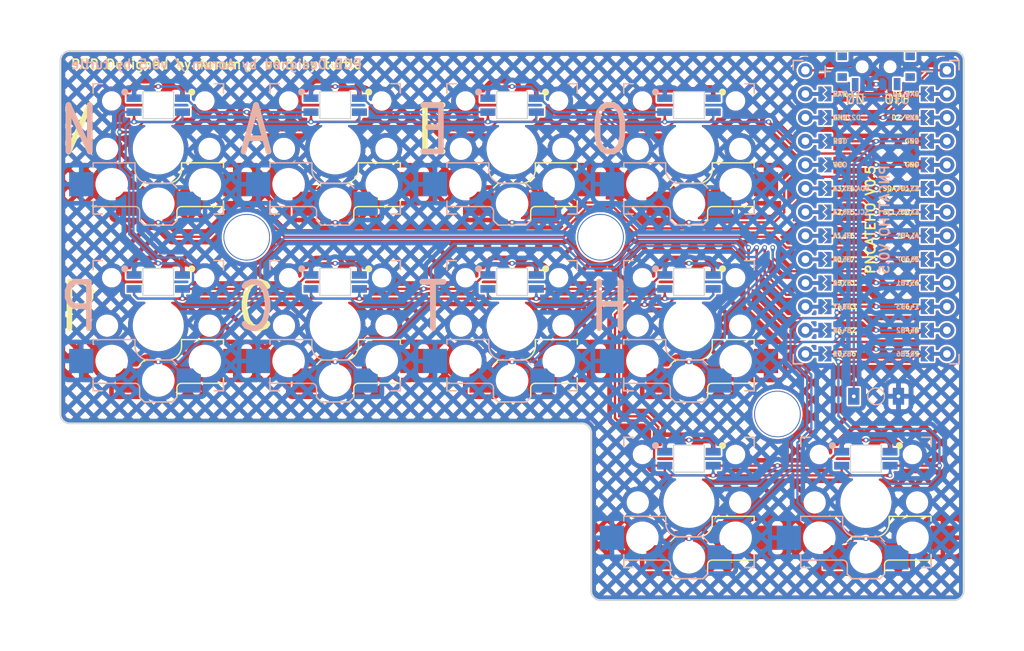
<source format=kicad_pcb>
(kicad_pcb (version 20241229) (generator "pcbnew") (generator_version "9.0")
  (title_block (title "PNCATEHO_v0.5") (date "2021-06-23") (rev "0.5") (company "Aroum"))
  (layers (0 "F.Cu" signal) (2 "B.Cu" signal) (13 "F.Paste" user) (15 "B.Paste" user) (5 "F.SilkS" user "F.Silkscreen") (7 "B.SilkS" user "B.Silkscreen") (1 "F.Mask" user) (3 "B.Mask" user) (25 "Edge.Cuts" user))
  (net 0 "")
  (net 1 "GND")
  (net 2 "reset")
  (net 3 "R1C1")
  (net 4 "R1C2")
  (net 5 "R1C3")
  (net 6 "R1C4")
  (net 7 "R2C1")
  (net 8 "R2C2")
  (net 9 "R2C3")
  (net 10 "R2C4")
  (net 11 "R3C4")
  (net 12 "R3C5")
  (net 13 "VCC")
  (net 14 "LED")
  (net 15 "Net-(PSW1-B)")
  (net 16 "Net-(LED1-DOUT)")
  (net 17 "Net-(LED2-DOUT)")
  (net 18 "Net-(LED3-DOUT)")
  (net 19 "Net-(LED4-DOUT)")
  (net 20 "Net-(LED5-DOUT)")
  (net 21 "Net-(LED6-DOUT)")
  (net 22 "Net-(LED7-DOUT)")
  (net 23 "Net-(LED8-DOUT)")
  (net 24 "Net-(LED10-DIN)")
  (net 30 "VBAT")
  (net 31 "Net-(J1-Pad2)")
  (footprint "PNCATEHO:SW_3x4x2_2legs_duplex" (layer "F.Cu") (at 114.1 62.6)
    (property "Reference" "RSW1")
    (property "Value" "SW_PUSH")
  )
  (footprint "PNCATEHO:Kailh_socket_PG1350_reversible" (layer "F.Cu") (at 75 55)
    (property "Reference" "SW7" (hide yes))
    (property "Value" "SW_PUSH" (hide yes))
  )
  (footprint "PNCATEHO:Kailh_socket_PG1350_reversible" (layer "F.Cu") (at 113 74)
    (property "Reference" "SW10" (hide yes))
    (property "Value" "SW_PUSH" (hide yes))
  )
  (footprint "PNCATEHO:Kailh_socket_PG1350_reversible" (layer "F.Cu") (at 94 74)
    (property "Reference" "SW9" (hide yes))
    (property "Value" "SW_PUSH" (hide yes))
  )
  (footprint "PNCATEHO:Kailh_socket_PG1350_reversible" (layer "F.Cu") (at 94 55)
    (property "Reference" "SW8" (hide yes))
    (property "Value" "SW_PUSH" (hide yes))
  )
  (footprint "PNCATEHO:Kailh_socket_PG1350_reversible" (layer "F.Cu") (at 94 36)
    (property "Reference" "SW4" (hide yes))
    (property "Value" "SW_PUSH" (hide yes))
  )
  (footprint "PNCATEHO:Kailh_socket_PG1350_reversible" (layer "F.Cu") (at 75 36)
    (property "Reference" "SW3" (hide yes))
    (property "Value" "SW_PUSH" (hide yes))
  )
  (footprint "PNCATEHO:Kailh_socket_PG1350_reversible" (layer "F.Cu") (at 37 55)
    (property "Reference" "SW5" (hide yes))
    (property "Value" "SW_PUSH" (hide yes))
  )
  (footprint "PNCATEHO:Kailh_socket_PG1350_reversible" (layer "F.Cu") (at 37 36)
    (property "Reference" "SW1" (hide yes))
    (property "Value" "SW_PUSH" (hide yes))
  )
  (footprint "PNCATEHO:Kailh_socket_PG1350_reversible" (layer "F.Cu") (at 56 36)
    (property "Reference" "SW2" (hide yes))
    (property "Value" "SW_PUSH" (hide yes))
  )
  (footprint "PNCATEHO:Kailh_socket_PG1350_reversible" (layer "F.Cu") (at 56 55)
    (property "Reference" "SW6" (hide yes))
    (property "Value" "SW_PUSH" (hide yes))
  )
  (footprint "PNCATEHO:Hole" (layer "F.Cu") (at 46.5 45.5)
    (property "Reference" "H1" (hide yes))
    (property "Value" "Hole" (hide yes))
  )
  (footprint "PNCATEHO:Hole" (layer "F.Cu") (at 84.5 45.5)
    (property "Reference" "H2" (hide yes))
    (property "Value" "Hole" (hide yes))
  )
  (footprint "PNCATEHO:ProMicro_duplex" (layer "F.Cu") (at 114.1 42.8)
    (property "Reference" "U1" (hide yes))
    (property "Value" "ProMicro_r" (hide yes))
  )
  (footprint "PNCATEHO:Hole" (layer "F.Cu") (at 103.5 64.5)
    (property "Reference" "H3" (hide yes))
    (property "Value" "Hole" (hide yes))
  )
  (footprint "PNCATEHO:MSK-12C02_DUAL" (layer "F.Cu") (at 114.1 25.9)
    (property "Reference" "PSW1" (hide yes))
    (property "Value" "SW_SPDT" (hide yes))
  )
  (footprint "PNCATEHO:battery_conn_duplex" (layer "F.Cu") (at 114.1 42.8)
    (property "Reference" "J1" (hide yes))
    (property "Value" "TestPoint_2Pole" (hide yes))
  )
  (footprint "PNCATEHO:YS-SK6812MINI-E_duplex" (layer "B.Cu") (at 94 31.3)
    (property "Reference" "LED10" (hide yes))
    (property "Value" "YS-SK6812MINI-E" (hide yes))
    (fp_line (start -1.65 -1.45) (end 1.65 -1.45) (stroke (width 0.12)) (layer "Edge.Cuts"))
    (fp_line (start -1.65 1.45) (end -1.65 -1.45) (stroke (width 0.12)) (layer "Edge.Cuts"))
    (fp_line (start 1.65 -1.45) (end 1.65 1.45) (stroke (width 0.12)) (layer "Edge.Cuts"))
    (fp_line (start 1.65 1.45) (end -1.65 1.45) (stroke (width 0.12)) (layer "Edge.Cuts"))
  )
  (footprint "PNCATEHO:YS-SK6812MINI-E_duplex" (layer "B.Cu") (at 113 69.3)
    (property "Reference" "LED1" (hide yes))
    (property "Value" "YS-SK6812MINI-E" (hide yes))
    (fp_line (start -1.65 -1.45) (end 1.65 -1.45) (stroke (width 0.12)) (layer "Edge.Cuts"))
    (fp_line (start -1.65 1.45) (end -1.65 -1.45) (stroke (width 0.12)) (layer "Edge.Cuts"))
    (fp_line (start 1.65 -1.45) (end 1.65 1.45) (stroke (width 0.12)) (layer "Edge.Cuts"))
    (fp_line (start 1.65 1.45) (end -1.65 1.45) (stroke (width 0.12)) (layer "Edge.Cuts"))
  )
  (footprint "PNCATEHO:YS-SK6812MINI-E_duplex" (layer "B.Cu") (at 94 69.3)
    (property "Reference" "LED2" (hide yes))
    (property "Value" "YS-SK6812MINI-E" (hide yes))
    (fp_line (start -1.65 -1.45) (end 1.65 -1.45) (stroke (width 0.12)) (layer "Edge.Cuts"))
    (fp_line (start -1.65 1.45) (end -1.65 -1.45) (stroke (width 0.12)) (layer "Edge.Cuts"))
    (fp_line (start 1.65 -1.45) (end 1.65 1.45) (stroke (width 0.12)) (layer "Edge.Cuts"))
    (fp_line (start 1.65 1.45) (end -1.65 1.45) (stroke (width 0.12)) (layer "Edge.Cuts"))
  )
  (footprint "PNCATEHO:YS-SK6812MINI-E_duplex" (layer "B.Cu") (at 94 50.3)
    (property "Reference" "LED3" (hide yes))
    (property "Value" "YS-SK6812MINI-E" (hide yes))
    (fp_line (start -1.65 -1.45) (end 1.65 -1.45) (stroke (width 0.12)) (layer "Edge.Cuts"))
    (fp_line (start -1.65 1.45) (end -1.65 -1.45) (stroke (width 0.12)) (layer "Edge.Cuts"))
    (fp_line (start 1.65 -1.45) (end 1.65 1.45) (stroke (width 0.12)) (layer "Edge.Cuts"))
    (fp_line (start 1.65 1.45) (end -1.65 1.45) (stroke (width 0.12)) (layer "Edge.Cuts"))
  )
  (footprint "PNCATEHO:YS-SK6812MINI-E_duplex" (layer "B.Cu") (at 75 50.3)
    (property "Reference" "LED4" (hide yes))
    (property "Value" "YS-SK6812MINI-E" (hide yes))
    (fp_line (start -1.65 -1.45) (end 1.65 -1.45) (stroke (width 0.12)) (layer "Edge.Cuts"))
    (fp_line (start -1.65 1.45) (end -1.65 -1.45) (stroke (width 0.12)) (layer "Edge.Cuts"))
    (fp_line (start 1.65 -1.45) (end 1.65 1.45) (stroke (width 0.12)) (layer "Edge.Cuts"))
    (fp_line (start 1.65 1.45) (end -1.65 1.45) (stroke (width 0.12)) (layer "Edge.Cuts"))
  )
  (footprint "PNCATEHO:YS-SK6812MINI-E_duplex" (layer "B.Cu") (at 56 50.3)
    (property "Reference" "LED5" (hide yes))
    (property "Value" "YS-SK6812MINI-E" (hide yes))
    (fp_line (start -1.65 -1.45) (end 1.65 -1.45) (stroke (width 0.12)) (layer "Edge.Cuts"))
    (fp_line (start -1.65 1.45) (end -1.65 -1.45) (stroke (width 0.12)) (layer "Edge.Cuts"))
    (fp_line (start 1.65 -1.45) (end 1.65 1.45) (stroke (width 0.12)) (layer "Edge.Cuts"))
    (fp_line (start 1.65 1.45) (end -1.65 1.45) (stroke (width 0.12)) (layer "Edge.Cuts"))
  )
  (footprint "PNCATEHO:YS-SK6812MINI-E_duplex" (layer "B.Cu") (at 37 50.3)
    (property "Reference" "LED6" (hide yes))
    (property "Value" "YS-SK6812MINI-E" (hide yes))
    (fp_line (start -1.65 -1.45) (end 1.65 -1.45) (stroke (width 0.12)) (layer "Edge.Cuts"))
    (fp_line (start -1.65 1.45) (end -1.65 -1.45) (stroke (width 0.12)) (layer "Edge.Cuts"))
    (fp_line (start 1.65 -1.45) (end 1.65 1.45) (stroke (width 0.12)) (layer "Edge.Cuts"))
    (fp_line (start 1.65 1.45) (end -1.65 1.45) (stroke (width 0.12)) (layer "Edge.Cuts"))
  )
  (footprint "PNCATEHO:YS-SK6812MINI-E_duplex" (layer "B.Cu") (at 37 31.3)
    (property "Reference" "LED7" (hide yes))
    (property "Value" "YS-SK6812MINI-E" (hide yes))
    (fp_line (start -1.65 -1.45) (end 1.65 -1.45) (stroke (width 0.12)) (layer "Edge.Cuts"))
    (fp_line (start -1.65 1.45) (end -1.65 -1.45) (stroke (width 0.12)) (layer "Edge.Cuts"))
    (fp_line (start 1.65 -1.45) (end 1.65 1.45) (stroke (width 0.12)) (layer "Edge.Cuts"))
    (fp_line (start 1.65 1.45) (end -1.65 1.45) (stroke (width 0.12)) (layer "Edge.Cuts"))
  )
  (footprint "PNCATEHO:YS-SK6812MINI-E_duplex" (layer "B.Cu") (at 56 31.3)
    (property "Reference" "LED8" (hide yes))
    (property "Value" "YS-SK6812MINI-E" (hide yes))
    (fp_line (start -1.65 -1.45) (end 1.65 -1.45) (stroke (width 0.12)) (layer "Edge.Cuts"))
    (fp_line (start -1.65 1.45) (end -1.65 -1.45) (stroke (width 0.12)) (layer "Edge.Cuts"))
    (fp_line (start 1.65 -1.45) (end 1.65 1.45) (stroke (width 0.12)) (layer "Edge.Cuts"))
    (fp_line (start 1.65 1.45) (end -1.65 1.45) (stroke (width 0.12)) (layer "Edge.Cuts"))
  )
  (footprint "PNCATEHO:YS-SK6812MINI-E_duplex" (layer "B.Cu") (at 75 31.3)
    (property "Reference" "LED9" (hide yes))
    (property "Value" "YS-SK6812MINI-E" (hide yes))
    (fp_line (start -1.65 -1.45) (end 1.65 -1.45) (stroke (width 0.12)) (layer "Edge.Cuts"))
    (fp_line (start -1.65 1.45) (end -1.65 -1.45) (stroke (width 0.12)) (layer "Edge.Cuts"))
    (fp_line (start 1.65 -1.45) (end 1.65 1.45) (stroke (width 0.12)) (layer "Edge.Cuts"))
    (fp_line (start 1.65 1.45) (end -1.65 1.45) (stroke (width 0.12)) (layer "Edge.Cuts"))
  )
  (gr_line (start 123.5 83.5) (end 123.5 26.5) (stroke (width 0.2)) (layer "Edge.Cuts"))
  (gr_line (start 84.5 84.5) (end 122.5 84.5) (stroke (width 0.2)) (layer "Edge.Cuts"))
  (gr_line (start 26.5 26.5) (end 26.5 64.5) (stroke (width 0.2)) (layer "Edge.Cuts"))
  (gr_line (start 27.5 65.5) (end 82.5 65.5) (stroke (width 0.2)) (layer "Edge.Cuts"))
  (gr_arc (start 84.5 84.5) (mid 83.792893 84.207107) (end 83.5 83.5) (stroke (width 0.2)) (layer "Edge.Cuts"))
  (gr_arc (start 123.5 83.5) (mid 123.207107 84.207107) (end 122.5 84.5) (stroke (width 0.2)) (layer "Edge.Cuts"))
  (gr_arc (start 27.5 65.5) (mid 26.792893 65.207107) (end 26.5 64.5) (stroke (width 0.2)) (layer "Edge.Cuts"))
  (gr_line (start 27.5 25.5) (end 122.5 25.5) (stroke (width 0.2)) (layer "Edge.Cuts"))
  (gr_arc (start 26.5 26.5) (mid 26.792893 25.792893) (end 27.5 25.5) (stroke (width 0.2)) (layer "Edge.Cuts"))
  (gr_arc (start 122.5 25.5) (mid 123.207107 25.792893) (end 123.5 26.5) (stroke (width 0.2)) (layer "Edge.Cuts"))
  (gr_line (start 83.5 66.5) (end 83.5 83.5) (stroke (width 0.2)) (layer "Edge.Cuts"))
  (gr_arc (start 82.5 65.5) (mid 83.207107 65.792893) (end 83.5 66.5) (stroke (width 0.2)) (layer "Edge.Cuts"))
  (gr_text "PNCATEHO V0.5" (at 113.5 43.6 90) (layer "F.SilkS") (effects (font (size 1 1) (thickness 0.2))))
  (gr_text "О\n" (at 85.5 34 0) (layer "F.SilkS") (effects (font (size 5 4) (thickness 0.6))))
  (gr_text "Н" (at 85.5 53 0) (layer "F.SilkS") (effects (font (size 5 4) (thickness 0.6))))
  (gr_text "Т" (at 66.5 53 0) (layer "F.SilkS") (effects (font (size 5 4) (thickness 0.6))))
  (gr_text "С" (at 47.5 53 0) (layer "F.SilkS") (effects (font (size 5 4) (thickness 0.6))))
  (gr_text "Е\n" (at 66.5 34 0) (layer "F.SilkS") (effects (font (size 5 4) (thickness 0.6))))
  (gr_text "А" (at 47.5 34 0) (layer "F.SilkS") (effects (font (size 5 4) (thickness 0.6))))
  (gr_text "И" (at 28.5 34 0) (layer "F.SilkS") (effects (font (size 5 4) (thickness 0.6))))
  (gr_text "Р" (at 28.5 53 0) (layer "F.SilkS") (effects (font (size 5 4) (thickness 0.6))))
  (gr_text "PCB Designed by Aorum / v0.5 by turtle" (at 27.5 27.5 0) (layer "F.SilkS") (effects (font (size 1 1) (thickness 0.2) (bold yes)) (justify left bottom)))
  (gr_text "И" (at 28.5 34 0) (layer "B.SilkS") (effects (font (size 5 4) (thickness 0.6)) (justify mirror)))
  (gr_text "С" (at 47.5 53 0) (layer "B.SilkS") (effects (font (size 5 4) (thickness 0.6)) (justify mirror)))
  (gr_text "А" (at 47.5 34 0) (layer "B.SilkS") (effects (font (size 5 4) (thickness 0.6)) (justify mirror)))
  (gr_text "О\n" (at 85.5 34 0) (layer "B.SilkS") (effects (font (size 5 4) (thickness 0.6)) (justify mirror)))
  (gr_text "Р" (at 28.5 53 0) (layer "B.SilkS") (effects (font (size 5 4) (thickness 0.6)) (justify mirror)))
  (gr_text "PCB Designed by Aorum / v0.5 by turtle" (at 27.5 27.5 0) (layer "B.SilkS") (effects (font (size 1 1) (thickness 0.2) (bold yes)) (justify right bottom mirror)))
  (gr_text "Н" (at 85.5 53 0) (layer "B.SilkS") (effects (font (size 5 4) (thickness 0.6)) (justify mirror)))
  (gr_text "PNCATEHO V0.5" (at 115 43.6 90) (layer "B.SilkS") (effects (font (size 1 1) (thickness 0.2)) (justify mirror)))
  (gr_text "Т" (at 66.5 53 0) (layer "B.SilkS") (effects (font (size 5 4) (thickness 0.6)) (justify mirror)))
  (gr_text "Е\n" (at 66.5 34 0) (layer "B.SilkS") (effects (font (size 5 4) (thickness 0.6)) (justify mirror)))
  (segment (start 84.275 40.575) (end 84.275 39.8) (width 0.25) (layer "F.Cu") (net 1))
  (segment (start 119 37.72) (end 117.84 37.72) (width 1) (layer "F.Cu") (net 1))
  (segment (start 96.6 49.7) (end 96.6 49.05) (width 0.25) (layer "F.Cu") (net 1))
  (segment (start 119 35.18) (end 117.84 35.18) (width 1) (layer "F.Cu") (net 1))
  (segment (start 109.2 37.72) (end 110.59 37.72) (width 1) (layer "B.Cu") (net 1))
  (segment (start 109.2 35.18) (end 110.6 35.18) (width 1) (layer "B.Cu") (net 1))
  (segment (start 114.1 35.18) (end 109.2 35.18) (width 0.25) (layer "F.Cu") (net 2))
  (via micro (at 114.1 35.18) (size 0.5) (drill 0.3) (layers "F.Cu" "B.Cu") (net 2))
  (segment (start 111.7 37.58) (end 114.1 35.18) (width 0.25) (layer "B.Cu") (net 2))
  (segment (start 111.7 62.6) (end 111.7 37.58) (width 0.25) (layer "B.Cu") (net 2))
  (segment (start 114.1 35.18) (end 119 35.18) (width 0.25) (layer "B.Cu") (net 2))
  (segment (start 33.725 41.9) (end 35.725 43.9) (width 0.25) (layer "F.Cu") (net 3))
  (segment (start 104.435 46.61) (end 103.277 45.452) (width 0.25) (layer "F.Cu") (net 3))
  (segment (start 35.725 43.9) (end 37 43.9) (width 0.25) (layer "F.Cu") (net 3))
  (segment (start 83.326 42.674) (end 80.55 45.45) (width 0.25) (layer "F.Cu") (net 3))
  (segment (start 114.1 47.88) (end 112.83 46.61) (width 0.25) (layer "F.Cu") (net 3))
  (segment (start 88.452 45.452) (end 85.674 42.674) (width 0.25) (layer "F.Cu") (net 3))
  (segment (start 112.83 46.61) (end 104.435 46.61) (width 0.25) (layer "F.Cu") (net 3))
  (segment (start 103.277 45.452) (end 88.452 45.452) (width 0.25) (layer "F.Cu") (net 3))
  (segment (start 38.55 45.45) (end 37 43.9) (width 0.25) (layer "F.Cu") (net 3))
  (segment (start 50.55 45.45) (end 47.7 42.6) (width 0.25) (layer "F.Cu") (net 3))
  (segment (start 42.45 45.45) (end 38.55 45.45) (width 0.25) (layer "F.Cu") (net 3))
  (segment (start 109.2 47.88) (end 114.1 47.88) (width 0.25) (layer "F.Cu") (net 3))
  (segment (start 85.674 42.674) (end 83.326 42.674) (width 0.25) (layer "F.Cu") (net 3))
  (segment (start 47.7 42.6) (end 45.3 42.6) (width 0.25) (layer "F.Cu") (net 3))
  (segment (start 80.55 45.45) (end 50.55 45.45) (width 0.25) (layer "F.Cu") (net 3))
  (segment (start 45.3 42.6) (end 42.45 45.45) (width 0.25) (layer "F.Cu") (net 3))
  (via micro (at 37 43.9) (size 0.5) (drill 0.3) (layers "F.Cu" "B.Cu") (net 3))
  (via micro (at 114.1 47.88) (size 0.5) (drill 0.3) (layers "F.Cu" "B.Cu") (net 3))
  (segment (start 114.1 47.88) (end 119 47.88) (width 0.25) (layer "B.Cu") (net 3))
  (segment (start 40.275 41.9) (end 38.275 43.9) (width 0.25) (layer "B.Cu") (net 3))
  (segment (start 38.275 43.9) (end 37 43.9) (width 0.25) (layer "B.Cu") (net 3))
  (segment (start 57.099 44.999) (end 56 43.9) (width 0.25) (layer "F.Cu") (net 4))
  (segment (start 82.875 42.48719) (end 80.36319 44.999) (width 0.25) (layer "F.Cu") (net 4))
  (segment (start 83.13919 42.223) (end 82.875 42.48719) (width 0.25) (layer "F.Cu") (net 4))
  (segment (start 114.1 45.34) (end 112.83 44.07) (width 0.25) (layer "F.Cu") (net 4))
  (segment (start 109.2 45.34) (end 114.1 45.34) (width 0.25) (layer "F.Cu") (net 4))
  (segment (start 85.48719 42.223) (end 83.51281 42.223) (width 0.25) (layer "F.Cu") (net 4))
  (segment (start 52.725 41.9) (end 54.725 43.9) (width 0.25) (layer "F.Cu") (net 4))
  (segment (start 112.83 44.07) (end 105.48 44.07) (width 0.25) (layer "F.Cu") (net 4))
  (segment (start 88.45 44.81219) (end 86.125 42.48719) (width 0.25) (layer "F.Cu") (net 4))
  (segment (start 85.86081 42.223) (end 85.48719 42.223) (width 0.25) (layer "F.Cu") (net 4))
  (segment (start 103.93681 45.001) (end 103.46381 45.001) (width 0.25) (layer "F.Cu") (net 4))
  (segment (start 86.125 42.48719) (end 85.86081 42.223) (width 0.25) (layer "F.Cu") (net 4))
  (segment (start 88.63881 45.001) (end 88.45 44.81219) (width 0.25) (layer "F.Cu") (net 4))
  (segment (start 54.725 43.9) (end 56 43.9) (width 0.25) (layer "F.Cu") (net 4))
  (segment (start 103.93781 45) (end 103.93681 45.001) (width 0.25) (layer "F.Cu") (net 4))
  (segment (start 104.55 45) (end 103.93781 45) (width 0.25) (layer "F.Cu") (net 4))
  (segment (start 80.36319 44.999) (end 57.099 44.999) (width 0.25) (layer "F.Cu") (net 4))
  (segment (start 103.09019 45.001) (end 88.63881 45.001) (width 0.25) (layer "F.Cu") (net 4))
  (segment (start 103.46381 45.001) (end 103.09019 45.001) (width 0.25) (layer "F.Cu") (net 4))
  (segment (start 105.48 44.07) (end 104.55 45) (width 0.25) (layer "F.Cu") (net 4))
  (segment (start 83.51281 42.223) (end 83.13919 42.223) (width 0.25) (layer "F.Cu") (net 4))
  (via micro (at 56 43.9) (size 0.5) (drill 0.3) (layers "F.Cu" "B.Cu") (net 4))
  (via micro (at 114.1 45.34) (size 0.5) (drill 0.3) (layers "F.Cu" "B.Cu") (net 4))
  (segment (start 59.275 41.9) (end 57.275 43.9) (width 0.25) (layer "B.Cu") (net 4))
  (segment (start 114.1 45.34) (end 119 45.34) (width 0.25) (layer "B.Cu") (net 4))
  (segment (start 56.15 43.9) (end 56 43.9) (width 0.25) (layer "B.Cu") (net 4))
  (segment (start 57.275 43.9) (end 56.15 43.9) (width 0.25) (layer "B.Cu") (net 4))
  (segment (start 80.82438 43.9) (end 82.95238 41.772) (width 0.25) (layer "F.Cu") (net 5))
  (segment (start 105.72 41.53) (end 112.83 41.53) (width 0.25) (layer "F.Cu") (net 5))
  (segment (start 75 43.9) (end 80.82438 43.9) (width 0.25) (layer "F.Cu") (net 5))
  (segment (start 105.1 43.2) (end 105.1 42.15) (width 0.25) (layer "F.Cu") (net 5))
  (segment (start 114.1 42.8) (end 109.2 42.8) (width 0.25) (layer "F.Cu") (net 5))
  (segment (start 73.725 43.9) (end 75 43.9) (width 0.25) (layer "F.Cu") (net 5))
  (segment (start 71.725 41.9) (end 73.725 43.9) (width 0.25) (layer "F.Cu") (net 5))
  (segment (start 105.1 42.15) (end 105.72 41.53) (width 0.25) (layer "F.Cu") (net 5))
  (segment (start 86.04762 41.772) (end 88.82562 44.55) (width 0.25) (layer "F.Cu") (net 5))
  (segment (start 88.82562 44.55) (end 103.75 44.55) (width 0.25) (layer "F.Cu") (net 5))
  (segment (start 103.75 44.55) (end 105.1 43.2) (width 0.25) (layer "F.Cu") (net 5))
  (segment (start 112.83 41.53) (end 114.1 42.8) (width 0.25) (layer "F.Cu") (net 5))
  (segment (start 82.95238 41.772) (end 86.04762 41.772) (width 0.25) (layer "F.Cu") (net 5))
  (via micro (at 75 43.9) (size 0.5) (drill 0.3) (layers "F.Cu" "B.Cu") (net 5))
  (via micro (at 114.1 42.8) (size 0.5) (drill 0.3) (layers "F.Cu" "B.Cu") (net 5))
  (segment (start 76.275 43.9) (end 75 43.9) (width 0.25) (layer "B.Cu") (net 5))
  (segment (start 78.275 41.9) (end 76.275 43.9) (width 0.25) (layer "B.Cu") (net 5))
  (segment (start 114.1 42.8) (end 119 42.8) (width 0.25) (layer "B.Cu") (net 5))
  (segment (start 90.725 41.9) (end 92.725 43.9) (width 0.25) (layer "F.Cu") (net 6))
  (segment (start 104.225 42.825) (end 103.15 43.9) (width 0.25) (layer "F.Cu") (net 6))
  (segment (start 104.225 39.825) (end 104.225 42.825) (width 0.25) (layer "F.Cu") (net 6))
  (segment (start 92.725 43.9) (end 94 43.9) (width 0.25) (layer "F.Cu") (net 6))
  (segment (start 109.2 40.26) (end 112.34 40.26) (width 0.25) (layer "F.Cu") (net 6))
  (segment (start 112.34 40.26) (end 112.35 40.25) (width 0.25) (layer "F.Cu") (net 6))
  (segment (start 103.15 43.9) (end 94 43.9) (width 0.25) (layer "F.Cu") (net 6))
  (segment (start 112.85 39) (end 105.05 39) (width 0.25) (layer "F.Cu") (net 6))
  (segment (start 112.35 40.25) (end 114.1 40.25) (width 0.25) (layer "F.Cu") (net 6))
  (segment (start 105.05 39) (end 104.225 39.825) (width 0.25) (layer "F.Cu") (net 6))
  (segment (start 114.1 40.25) (end 112.85 39) (width 0.25) (layer "F.Cu") (net 6))
  (via micro (at 94 43.9) (size 0.5) (drill 0.3) (layers "F.Cu" "B.Cu") (net 6))
  (via micro (at 114.1 40.25) (size 0.5) (drill 0.3) (layers "F.Cu" "B.Cu") (net 6))
  (segment (start 95.275 43.9) (end 94 43.9) (width 0.25) (layer "B.Cu") (net 6))
  (segment (start 118.99 40.25) (end 119 40.26) (width 0.25) (layer "B.Cu") (net 6))
  (segment (start 114.1 40.25) (end 118.99 40.25) (width 0.25) (layer "B.Cu") (net 6))
  (segment (start 97.275 41.9) (end 95.275 43.9) (width 0.25) (layer "B.Cu") (net 6))
  (segment (start 113.3 56.75) (end 114.1 57.55) (width 0.25) (layer "F.Cu") (net 7))
  (segment (start 114.1 57.55) (end 109.69 57.55) (width 0.25) (layer "F.Cu") (net 7))
  (segment (start 109.69 57.55) (end 109.2 58.04) (width 0.25) (layer "F.Cu") (net 7))
  (segment (start 100.4 52.7) (end 104.45 56.75) (width 0.25) (layer "F.Cu") (net 7))
  (segment (start 100.4 46.6) (end 100.4 52.7) (width 0.25) (layer "F.Cu") (net 7))
  (segment (start 35.725 58.9) (end 37 58.9) (width 0.25) (layer "F.Cu") (net 7))
  (segment (start 33.725 60.9) (end 35.725 58.9) (width 0.25) (layer "F.Cu") (net 7))
  (segment (start 104.45 56.75) (end 113.3 56.75) (width 0.25) (layer "F.Cu") (net 7))
  (via micro (at 100.4 46.6) (size 0.5) (drill 0.3) (layers "F.Cu" "B.Cu") (net 7))
  (via micro (at 114.1 57.55) (size 0.5) (drill 0.3) (layers "F.Cu" "B.Cu") (net 7))
  (via micro (at 37 58.9) (size 0.5) (drill 0.3) (layers "F.Cu" "B.Cu") (net 7))
  (segment (start 40.275 60.9) (end 38.275 58.9) (width 0.25) (layer "B.Cu") (net 7))
  (segment (start 85.7 48.4) (end 83.3 48.4) (width 0.25) (layer "B.Cu") (net 7))
  (segment (start 99.35 45.55) (end 88.55 45.55) (width 0.25) (layer "B.Cu") (net 7))
  (segment (start 47.95 51.45) (end 43.05 56.35) (width 0.25) (layer "B.Cu") (net 7))
  (segment (start 41.75 56.35) (end 39.2 58.9) (width 0.25) (layer "B.Cu") (net 7))
  (segment (start 83.3 48.4) (end 80.45 45.55) (width 0.25) (layer "B.Cu") (net 7))
  (segment (start 50.55 45.55) (end 47.95 48.15) (width 0.25) (layer "B.Cu") (net 7))
  (segment (start 114.1 57.55) (end 118.51 57.55) (width 0.25) (layer "B.Cu") (net 7))
  (segment (start 100.4 46.6) (end 99.35 45.55) (width 0.25) (layer "B.Cu") (net 7))
  (segment (start 38.275 58.9) (end 37 58.9) (width 0.25) (layer "B.Cu") (net 7))
  (segment (start 43.05 56.35) (end 41.75 56.35) (width 0.25) (layer "B.Cu") (net 7))
  (segment (start 88.55 45.55) (end 85.7 48.4) (width 0.25) (layer "B.Cu") (net 7))
  (segment (start 118.51 57.55) (end 119 58.04) (width 0.25) (layer "B.Cu") (net 7))
  (segment (start 47.95 48.15) (end 47.95 51.45) (width 0.25) (layer "B.Cu") (net 7))
  (segment (start 39.2 58.9) (end 37 58.9) (width 0.25) (layer "B.Cu") (net 7))
  (segment (start 40 61.678) (end 40.497 61.678) (width 0.25) (layer "B.Cu") (net 7))
  (segment (start 80.45 45.55) (end 50.55 45.55) (width 0.25) (layer "B.Cu") (net 7))
  (segment (start 101.266667 51.016667) (end 104.45 54.2) (width 0.25) (layer "F.Cu") (net 8))
  (segment (start 52.725 60.9) (end 54.725 58.9) (width 0.25) (layer "F.Cu") (net 8))
  (segment (start 112.8 54.2) (end 114.1 55.5) (width 0.25) (layer "F.Cu") (net 8))
  (segment (start 104.45 54.2) (end 112.8 54.2) (width 0.25) (layer "F.Cu") (net 8))
  (segment (start 54.725 58.9) (end 56 58.9) (width 0.25) (layer "F.Cu") (net 8))
  (segment (start 114.1 55.5) (end 109.2 55.5) (width 0.25) (layer "F.Cu") (net 8))
  (segment (start 101.266667 46.6) (end 101.266667 51.016667) (width 0.25) (layer "F.Cu") (net 8))
  (via micro (at 114.1 55.5) (size 0.5) (drill 0.3) (layers "F.Cu" "B.Cu") (net 8))
  (via micro (at 56 58.9) (size 0.5) (drill 0.3) (layers "F.Cu" "B.Cu") (net 8))
  (via micro (at 101.266667 46.6) (size 0.5) (drill 0.3) (layers "F.Cu" "B.Cu") (net 8))
  (segment (start 98.986412 46.001) (end 88.73681 46.001) (width 0.25) (layer "B.Cu") (net 8))
  (segment (start 114.1 55.5) (end 119 55.5) (width 0.25) (layer "B.Cu") (net 8))
  (segment (start 59.275 60.9) (end 57.275 58.9) (width 0.25) (layer "B.Cu") (net 8))
  (segment (start 62.049247 56.326) (end 59.397247 56.326) (width 0.25) (layer "B.Cu") (net 8))
  (segment (start 83.058062 48.851) (end 80.408062 46.201) (width 0.25) (layer "B.Cu") (net 8))
  (segment (start 66.3 48.65) (end 66.3 52.075247) (width 0.25) (layer "B.Cu") (net 8))
  (segment (start 56.823247 58.9) (end 56 58.9) (width 0.25) (layer "B.Cu") (net 8))
  (segment (start 88.73681 46.001) (end 85.88681 48.851) (width 0.25) (layer "B.Cu") (net 8))
  (segment (start 80.408062 46.201) (end 68.749 46.201) (width 0.25) (layer "B.Cu") (net 8))
  (segment (start 100.638588 47.176) (end 100.161412 47.176) (width 0.25) (layer "B.Cu") (net 8))
  (segment (start 59.397247 56.326) (end 56.823247 58.9) (width 0.25) (layer "B.Cu") (net 8))
  (segment (start 101.266667 46.6) (end 101.214588 46.6) (width 0.25) (layer "B.Cu") (net 8))
  (segment (start 68.749 46.201) (end 66.3 48.65) (width 0.25) (layer "B.Cu") (net 8))
  (segment (start 57.275 58.9) (end 56 58.9) (width 0.25) (layer "B.Cu") (net 8))
  (segment (start 66.3 52.075247) (end 62.049247 56.326) (width 0.25) (layer "B.Cu") (net 8))
  (segment (start 85.88681 48.851) (end 83.058062 48.851) (width 0.25) (layer "B.Cu") (net 8))
  (segment (start 100.161412 47.176) (end 98.986412 46.001) (width 0.25) (layer "B.Cu") (net 8))
  (segment (start 101.214588 46.6) (end 100.638588 47.176) (width 0.25) (layer "B.Cu") (net 8))
  (segment (start 102.133333 49.383333) (end 104.44 51.69) (width 0.25) (layer "F.Cu") (net 9))
  (segment (start 73.725 58.9) (end 75 58.9) (width 0.25) (layer "F.Cu") (net 9))
  (segment (start 114.1 52.95) (end 112.84 51.69) (width 0.25) (layer "F.Cu") (net 9))
  (segment (start 71.725 60.9) (end 73.725 58.9) (width 0.25) (layer "F.Cu") (net 9))
  (segment (start 109.2 52.96) (end 114.09 52.96) (width 0.25) (layer "F.Cu") (net 9))
  (segment (start 102.133333 46.6) (end 102.133333 49.383333) (width 0.25) (layer "F.Cu") (net 9))
  (segment (start 104.44 51.69) (end 112.19 51.69) (width 0.25) (layer "F.Cu") (net 9))
  (segment (start 112.84 51.69) (end 112.19 51.69) (width 0.25) (layer "F.Cu") (net 9))
  (segment (start 114.09 52.96) (end 114.1 52.95) (width 0.25) (layer "F.Cu") (net 9))
  (via micro (at 102.133333 46.6) (size 0.5) (drill 0.3) (layers "F.Cu" "B.Cu") (net 9))
  (via micro (at 114.1 52.95) (size 0.5) (drill 0.3) (layers "F.Cu" "B.Cu") (net 9))
  (via micro (at 75 58.9) (size 0.5) (drill 0.3) (layers "F.Cu" "B.Cu") (net 9))
  (segment (start 78.275 60.9) (end 76.275 58.9) (width 0.25) (layer "B.Cu") (net 9))
  (segment (start 77.2 58.9) (end 79.7 56.4) (width 0.25) (layer "B.Cu") (net 9))
  (segment (start 79.7 56.4) (end 81.037624 56.4) (width 0.25) (layer "B.Cu") (net 9))
  (segment (start 86.65 50.787624) (end 86.65 48.72562) (width 0.25) (layer "B.Cu") (net 9))
  (segment (start 114.1 52.95) (end 114.11 52.96) (width 0.25) (layer "B.Cu") (net 9))
  (segment (start 99.974602 47.627) (end 101.106334 47.627) (width 0.25) (layer "B.Cu") (net 9))
  (segment (start 75 58.9) (end 77.2 58.9) (width 0.25) (layer "B.Cu") (net 9))
  (segment (start 81.037624 56.4) (end 86.65 50.787624) (width 0.25) (layer "B.Cu") (net 9))
  (segment (start 101.106334 47.627) (end 101.141666 47.591666) (width 0.25) (layer "B.Cu") (net 9))
  (segment (start 101.141666 47.591666) (end 102.133333 46.6) (width 0.25) (layer "B.Cu") (net 9))
  (segment (start 86.65 48.72562) (end 88.92362 46.452) (width 0.25) (layer "B.Cu") (net 9))
  (segment (start 98.799602 46.452) (end 99.974602 47.627) (width 0.25) (layer "B.Cu") (net 9))
  (segment (start 114.11 52.96) (end 119 52.96) (width 0.25) (layer "B.Cu") (net 9))
  (segment (start 76.275 58.9) (end 75 58.9) (width 0.25) (layer "B.Cu") (net 9))
  (segment (start 88.92362 46.452) (end 98.799602 46.452) (width 0.25) (layer "B.Cu") (net 9))
  (segment (start 103 46.6) (end 103 47.7) (width 0.25) (layer "F.Cu") (net 10))
  (segment (start 104.45 49.15) (end 112.85 49.15) (width 0.25) (layer "F.Cu") (net 10))
  (segment (start 92.725 58.9) (end 94 58.9) (width 0.25) (layer "F.Cu") (net 10))
  (segment (start 103 47.7) (end 104.45 49.15) (width 0.25) (layer "F.Cu") (net 10))
  (segment (start 109.22 50.4) (end 109.2 50.42) (width 0.25) (layer "F.Cu") (net 10))
  (segment (start 112.85 49.15) (end 114.1 50.4) (width 0.25) (layer "F.Cu") (net 10))
  (segment (start 114.1 50.4) (end 109.22 50.4) (width 0.25) (layer "F.Cu") (net 10))
  (segment (start 90.725 60.9) (end 92.725 58.9) (width 0.25) (layer "F.Cu") (net 10))
  (via micro (at 114.1 50.4) (size 0.5) (drill 0.3) (layers "F.Cu" "B.Cu") (net 10))
  (via micro (at 103 46.6) (size 0.5) (drill 0.3) (layers "F.Cu" "B.Cu") (net 10))
  (via micro (at 94 58.9) (size 0.5) (drill 0.3) (layers "F.Cu" "B.Cu") (net 10))
  (segment (start 97.85 53.8) (end 97.85 56.3) (width 0.25) (layer "B.Cu") (net 10))
  (segment (start 103 46.6) (end 103 48.65) (width 0.25) (layer "B.Cu") (net 10))
  (segment (start 95.275 58.9) (end 94 58.9) (width 0.25) (layer "B.Cu") (net 10))
  (segment (start 97.275 60.9) (end 95.275 58.9) (width 0.25) (layer "B.Cu") (net 10))
  (segment (start 97.85 56.3) (end 95.25 58.9) (width 0.25) (layer "B.Cu") (net 10))
  (segment (start 118.98 50.4) (end 119 50.42) (width 0.25) (layer "B.Cu") (net 10))
  (segment (start 103 48.65) (end 97.85 53.8) (width 0.25) (layer "B.Cu") (net 10))
  (segment (start 114.1 50.4) (end 118.98 50.4) (width 0.25) (layer "B.Cu") (net 10))
  (segment (start 95.25 58.9) (end 94 58.9) (width 0.25) (layer "B.Cu") (net 10))
  (segment (start 109.89 53.6) (end 118.36 53.6) (width 0.25) (layer "F.Cu") (net 11))
  (segment (start 92.725 77.9) (end 94 77.9) (width 0.25) (layer "F.Cu") (net 11))
  (segment (start 90.725 79.9) (end 92.725 77.9) (width 0.25) (layer "F.Cu") (net 11))
  (segment (start 118.36 53.6) (end 119 52.96) (width 0.25) (layer "F.Cu") (net 11))
  (via micro (at 109.89 53.6) (size 0.5) (drill 0.3) (layers "F.Cu" "B.Cu") (net 11))
  (via micro (at 94 77.9) (size 0.5) (drill 0.3) (layers "F.Cu" "B.Cu") (net 11))
  (segment (start 106.689 60.489) (end 106.689 65.891) (width 0.25) (layer "B.Cu") (net 11))
  (segment (start 105.06 67.52) (end 105.06 70.34) (width 0.25) (layer "B.Cu") (net 11))
  (segment (start 109.6 54.2) (end 106.200522 54.2) (width 0.25) (layer "B.Cu") (net 11))
  (segment (start 97.275 79.9) (end 95.275 77.9) (width 0.25) (layer "B.Cu") (net 11))
  (segment (start 109.89 53.29) (end 109.56 52.96) (width 0.25) (layer "B.Cu") (net 11))
  (segment (start 105.06 70.34) (end 99.728376 75.671624) (width 0.25) (layer "B.Cu") (net 11))
  (segment (start 95.275 77.9) (end 94 77.9) (width 0.25) (layer "B.Cu") (net 11))
  (segment (start 99.728376 75.671624) (end 97.051624 75.671624) (width 0.25) (layer "B.Cu") (net 11))
  (segment (start 94.823247 77.9) (end 94 77.9) (width 0.25) (layer "B.Cu") (net 11))
  (segment (start 104.9 58.7) (end 106.689 60.489) (width 0.25) (layer "B.Cu") (net 11))
  (segment (start 104.9 55.500522) (end 104.9 58.7) (width 0.25) (layer "B.Cu") (net 11))
  (segment (start 109.89 53.91) (end 109.6 54.2) (width 0.25) (layer "B.Cu") (net 11))
  (segment (start 97.051624 75.671624) (end 94.823247 77.9) (width 0.25) (layer "B.Cu") (net 11))
  (segment (start 109.89 53.65) (end 109.89 53.29) (width 0.25) (layer "B.Cu") (net 11))
  (segment (start 106.200522 54.2) (end 104.9 55.500522) (width 0.25) (layer "B.Cu") (net 11))
  (segment (start 106.689 65.891) (end 105.06 67.52) (width 0.25) (layer "B.Cu") (net 11))
  (segment (start 109.89 53.65) (end 109.89 53.91) (width 0.25) (layer "B.Cu") (net 11))
  (segment (start 109.56 52.96) (end 109.2 52.96) (width 0.25) (layer "B.Cu") (net 11))
  (segment (start 109.725 79.9) (end 111.725 77.9) (width 0.25) (layer "F.Cu") (net 12))
  (segment (start 111.725 77.9) (end 113 77.9) (width 0.25) (layer "F.Cu") (net 12))
  (segment (start 118.35 56.15) (end 119 55.5) (width 0.25) (layer "F.Cu") (net 12))
  (segment (start 109.89 56.15) (end 118.35 56.15) (width 0.25) (layer "F.Cu") (net 12))
  (via micro (at 109.89 56.15) (size 0.5) (drill 0.3) (layers "F.Cu" "B.Cu") (net 12))
  (via micro (at 113 77.9) (size 0.5) (drill 0.3) (layers "F.Cu" "B.Cu") (net 12))
  (segment (start 105.369 58.508478) (end 107.14 60.279478) (width 0.25) (layer "B.Cu") (net 12))
  (segment (start 109.89 56.15) (end 109.89 55.84) (width 0.25) (layer "B.Cu") (net 12))
  (segment (start 109.89 56.41) (end 109.55 56.75) (width 0.25) (layer "B.Cu") (net 12))
  (segment (start 109.55 55.5) (end 109.2 55.5) (width 0.25) (layer "B.Cu") (net 12))
  (segment (start 109.55 56.75) (end 106.190522 56.75) (width 0.25) (layer "B.Cu") (net 12))
  (segment (start 107.14 66.07781) (end 105.65 67.56781) (width 0.25) (layer "B.Cu") (net 12))
  (segment (start 107.31 75.71) (end 109.51 75.71) (width 0.25) (layer "B.Cu") (net 12))
  (segment (start 109.89 56.15) (end 109.89 56.41) (width 0.25) (layer "B.Cu") (net 12))
  (segment (start 105.65 67.56781) (end 105.65 74.05) (width 0.25) (layer "B.Cu") (net 12))
  (segment (start 109.51 75.71) (end 111.7 77.9) (width 0.25) (layer "B.Cu") (net 12))
  (segment (start 107.14 60.279478) (end 107.14 66.07781) (width 0.25) (layer "B.Cu") (net 12))
  (segment (start 109.89 55.84) (end 109.55 55.5) (width 0.25) (layer "B.Cu") (net 12))
  (segment (start 114.275 77.9) (end 113 77.9) (width 0.25) (layer "B.Cu") (net 12))
  (segment (start 105.369 57.571522) (end 105.369 58.508478) (width 0.25) (layer "B.Cu") (net 12))
  (segment (start 116.275 79.9) (end 114.275 77.9) (width 0.25) (layer "B.Cu") (net 12))
  (segment (start 106.190522 56.75) (end 105.369 57.571522) (width 0.25) (layer "B.Cu") (net 12))
  (segment (start 111.7 77.9) (end 113 77.9) (width 0.25) (layer "B.Cu") (net 12))
  (segment (start 105.65 74.05) (end 107.31 75.71) (width 0.25) (layer "B.Cu") (net 12))
  (segment (start 34.4 32.05) (end 34.4 33.1) (width 0.25) (layer "F.Cu") (net 13))
  (segment (start 110.4 70.7) (end 110.4 70.05) (width 0.25) (layer "F.Cu") (net 13))
  (segment (start 90.25 66.1) (end 89.351 65.201) (width 0.25) (layer "F.Cu") (net 13))
  (segment (start 91.8 71.1) (end 96.6 71.1) (width 0.25) (layer "F.Cu") (net 13))
  (segment (start 89.351 65.201) (end 86.31419 65.201) (width 0.25) (layer "F.Cu") (net 13))
  (segment (start 86.05 53.81219) (end 87.76219 52.1) (width 0.25) (layer "F.Cu") (net 13))
  (segment (start 86.05 52.1) (end 91.4 52.1) (width 0.25) (layer "F.Cu") (net 13))
  (segment (start 110 71.1) (end 115.6 71.1) (width 0.25) (layer "F.Cu") (net 13))
  (segment (start 77.6 52.1) (end 86.05 52.1) (width 0.25) (layer "F.Cu") (net 13))
  (segment (start 91.4 32.05) (end 91.4 33.1) (width 0.25) (layer "F.Cu") (net 13))
  (segment (start 87.76219 52.1) (end 91.4 52.1) (width 0.25) (layer "F.Cu") (net 13))
  (segment (start 53.4 51.05) (end 53.4 52.1) (width 0.25) (layer "F.Cu") (net 13))
  (segment (start 86.05 64.93681) (end 86.05 53.81219) (width 0.25) (layer "F.Cu") (net 13))
  (segment (start 110 71.1) (end 110.4 70.7) (width 0.25) (layer "F.Cu") (net 13))
  (segment (start 34.8 52.1) (end 39.6 52.1) (width 0.25) (layer "F.Cu") (net 13))
  (segment (start 114.1 37.72) (end 109.2 37.72) (width 0.25) (layer "F.Cu") (net 13))
  (segment (start 91.4 70.7) (end 91.8 71.1) (width 0.25) (layer "F.Cu") (net 13))
  (segment (start 72.4 51.05) (end 72.4 52.1) (width 0.25) (layer "F.Cu") (net 13))
  (segment (start 72.4 52.1) (end 77.6 52.1) (width 0.25) (layer "F.Cu") (net 13))
  (segment (start 91.4 51.05) (end 91.4 52.1) (width 0.25) (layer "F.Cu") (net 13))
  (segment (start 53.4 32.05) (end 53.4 33.1) (width 0.25) (layer "F.Cu") (net 13))
  (segment (start 112.88 36.5) (end 114.1 37.72) (width 0.25) (layer "F.Cu") (net 13))
  (segment (start 39.6 52.1) (end 53.4 52.1) (width 0.25) (layer "F.Cu") (net 13))
  (segment (start 102.55 33.1) (end 105.95 36.5) (width 0.25) (layer "F.Cu") (net 13))
  (segment (start 58.6 52.1) (end 72.4 52.1) (width 0.25) (layer "F.Cu") (net 13))
  (segment (start 91.4 70.05) (end 91.4 70.7) (width 0.25) (layer "F.Cu") (net 13))
  (segment (start 34.4 51.7) (end 34.8 52.1) (width 0.25) (layer "F.Cu") (net 13))
  (segment (start 53.4 52.1) (end 58.6 52.1) (width 0.25) (layer "F.Cu") (net 13))
  (segment (start 86.31419 65.201) (end 86.05 64.93681) (width 0.25) (layer "F.Cu") (net 13))
  (segment (start 91.4 70.05) (end 90.25 70.05) (width 0.25) (layer "F.Cu") (net 13))
  (segment (start 72.4 32.05) (end 72.4 33.1) (width 0.25) (layer "F.Cu") (net 13))
  (segment (start 96.6 71.1) (end 110 71.1) (width 0.25) (layer "F.Cu") (net 13))
  (segment (start 105.95 36.5) (end 112.88 36.5) (width 0.25) (layer "F.Cu") (net 13))
  (segment (start 90.25 70.05) (end 90.25 66.1) (width 0.25) (layer "F.Cu") (net 13))
  (segment (start 34.4 51.05) (end 34.4 51.7) (width 0.25) (layer "F.Cu") (net 13))
  (via micro (at 34.4 33.1) (size 0.5) (drill 0.3) (layers "F.Cu" "B.Cu") (net 13))
  (via micro (at 72.4 33.1) (size 0.5) (drill 0.3) (layers "F.Cu" "B.Cu") (net 13))
  (via micro (at 114.1 37.72) (size 0.5) (drill 0.3) (layers "F.Cu" "B.Cu") (net 13))
  (via micro (at 77.6 52.1) (size 0.5) (drill 0.3) (layers "F.Cu" "B.Cu") (net 13))
  (via micro (at 115.6 71.1) (size 0.5) (drill 0.3) (layers "F.Cu" "B.Cu") (net 13))
  (via micro (at 91.4 33.1) (size 0.5) (drill 0.3) (layers "F.Cu" "B.Cu") (net 13))
  (via micro (at 102.55 33.1) (size 0.5) (drill 0.3) (layers "F.Cu" "B.Cu") (net 13))
  (via micro (at 39.6 52.1) (size 0.5) (drill 0.3) (layers "F.Cu" "B.Cu") (net 13))
  (via micro (at 53.4 33.1) (size 0.5) (drill 0.3) (layers "F.Cu" "B.Cu") (net 13))
  (via micro (at 96.6 71.1) (size 0.5) (drill 0.3) (layers "F.Cu" "B.Cu") (net 13))
  (via micro (at 58.6 52.1) (size 0.5) (drill 0.3) (layers "F.Cu" "B.Cu") (net 13))
  (via micro (at 91.4 52.1) (size 0.5) (drill 0.3) (layers "F.Cu" "B.Cu") (net 13))
  (segment (start 58.6 51.05) (end 58.6 52.1) (width 0.25) (layer "B.Cu") (net 13))
  (segment (start 58.6 33.1) (end 63 33.1) (width 0.25) (layer "B.Cu") (net 13))
  (segment (start 96.6 51.05) (end 96.6 51.7) (width 0.25) (layer "B.Cu") (net 13))
  (segment (start 114.1 37.72) (end 119 37.72) (width 0.25) (layer "B.Cu") (net 13))
  (segment (start 34.327 38.836125) (end 34.327 44.98919) (width 0.25) (layer "B.Cu") (net 13))
  (segment (start 40.726 50.324) (end 40 51.05) (width 0.25) (layer "B.Cu") (net 13))
  (segment (start 77.6 33.1) (end 78.6 33.1) (width 0.25) (layer "B.Cu") (net 13))
  (segment (start 102.55 33.1) (end 96.6 33.1) (width 0.25) (layer "B.Cu") (net 13))
  (segment (start 96.6 33.1) (end 78.6 33.1) (width 0.25) (layer "B.Cu") (net 13))
  (segment (start 96.2 52.1) (end 91.4 52.1) (width 0.25) (layer "B.Cu") (net 13))
  (segment (start 34.4 33.1) (end 33.95 33.1) (width 0.25) (layer "B.Cu") (net 13))
  (segment (start 33.5 38.009125) (end 34.327 38.836125) (width 0.25) (layer "B.Cu") (net 13))
  (segment (start 39.6 33.1) (end 43.25 33.1) (width 0.25) (layer "B.Cu") (net 13))
  (segment (start 58.6 32.05) (end 58.6 33.1) (width 0.25) (layer "B.Cu") (net 13))
  (segment (start 33.5 33.55) (end 33.5 38.009125) (width 0.25) (layer "B.Cu") (net 13))
  (segment (start 39.6 51.05) (end 39.6 52.1) (width 0.25) (layer "B.Cu") (net 13))
  (segment (start 72.4 33.1) (end 77.6 33.1) (width 0.25) (layer "B.Cu") (net 13))
  (segment (start 33.95 33.1) (end 33.5 33.55) (width 0.25) (layer "B.Cu") (net 13))
  (segment (start 63 33.1) (end 72.4 33.1) (width 0.25) (layer "B.Cu") (net 13))
  (segment (start 77.6 32.05) (end 77.6 33.1) (width 0.25) (layer "B.Cu") (net 13))
  (segment (start 39.583095 47.681095) (end 37.018905 47.681095) (width 0.25) (layer "B.Cu") (net 13))
  (segment (start 40 51.05) (end 39.6 51.05) (width 0.25) (layer "B.Cu") (net 13))
  (segment (start 96.6 70.05) (end 96.6 71.1) (width 0.25) (layer "B.Cu") (net 13))
  (segment (start 39.6 32.05) (end 39.6 33.1) (width 0.25) (layer "B.Cu") (net 13))
  (segment (start 115.6 70.05) (end 115.6 71.1) (width 0.25) (layer "B.Cu") (net 13))
  (segment (start 96.6 32.05) (end 96.6 33.1) (width 0.25) (layer "B.Cu") (net 13))
  (segment (start 39.6 33.1) (end 34.4 33.1) (width 0.25) (layer "B.Cu") (net 13))
  (segment (start 77.6 51.05) (end 77.6 52.1) (width 0.25) (layer "B.Cu") (net 13))
  (segment (start 34.327 44.98919) (end 37.018905 47.681095) (width 0.25) (layer "B.Cu") (net 13))
  (segment (start 40.726 48.824) (end 39.583095 47.681095) (width 0.25) (layer "B.Cu") (net 13))
  (segment (start 42.524 33.1) (end 63 33.1) (width 0.25) (layer "B.Cu") (net 13))
  (segment (start 40.726 48.824) (end 40.726 50.324) (width 0.25) (layer "B.Cu") (net 13))
  (segment (start 96.6 51.7) (end 96.2 52.1) (width 0.25) (layer "B.Cu") (net 13))
  (segment (start 110.05 58.89) (end 118.15 58.89) (width 0.25) (layer "F.Cu") (net 14))
  (segment (start 118.15 58.89) (end 119 58.04) (width 0.25) (layer "F.Cu") (net 14))
  (segment (start 120.9 70.05) (end 115.6 70.05) (width 0.25) (layer "F.Cu") (net 14))
  (via micro (at 120.9 70.05) (size 0.5) (drill 0.3) (layers "F.Cu" "B.Cu") (net 14))
  (via micro (at 110.05 58.89) (size 0.5) (drill 0.3) (layers "F.Cu" "B.Cu") (net 14))
  (segment (start 119.85 72) (end 115.545 72) (width 0.25) (layer "B.Cu") (net 14))
  (segment (start 120.9 70.05) (end 120.9 67.15) (width 0.25) (layer "B.Cu") (net 14))
  (segment (start 111.45 66.1) (end 110.05 64.7) (width 0.25) (layer "B.Cu") (net 14))
  (segment (start 119.85 66.1) (end 111.45 66.1) (width 0.25) (layer "B.Cu") (net 14))
  (segment (start 110.05 58.89) (end 110.04 58.89) (width 0.25) (layer "B.Cu") (net 14))
  (segment (start 110.05 64.7) (end 110.05 58.89) (width 0.25) (layer "B.Cu") (net 14))
  (segment (start 114.645 71.1) (end 111.45 71.1) (width 0.25) (layer "B.Cu") (net 14))
  (segment (start 110.04 58.89) (end 109.2 58.05) (width 0.25) (layer "B.Cu") (net 14))
  (segment (start 120.9 70.95) (end 119.85 72) (width 0.25) (layer "B.Cu") (net 14))
  (segment (start 120.9 67.15) (end 119.85 66.1) (width 0.25) (layer "B.Cu") (net 14))
  (segment (start 109.2 58.05) (end 109.2 58.04) (width 0.25) (layer "B.Cu") (net 14))
  (segment (start 111.45 71.1) (end 110.4 70.05) (width 0.25) (layer "B.Cu") (net 14))
  (segment (start 120.9 70.05) (end 120.9 70.95) (width 0.25) (layer "B.Cu") (net 14))
  (segment (start 115.545 72) (end 114.645 71.1) (width 0.25) (layer "B.Cu") (net 14))
  (segment (start 108.26 27.56) (end 106.5 27.56) (width 0.25) (layer "F.Cu") (net 15))
  (segment (start 112.31 28) (end 111.7 28) (width 0.25) (layer "F.Cu") (net 15))
  (segment (start 111.254 27.554) (end 108.266 27.554) (width 0.25) (layer "F.Cu") (net 15))
  (segment (start 113.36 29.05) (end 113.35 29.04) (width 0.25) (layer "F.Cu") (net 15))
  (segment (start 111.7 28) (end 111.254 27.554) (width 0.25) (layer "F.Cu") (net 15))
  (segment (start 108.266 27.554) (end 108.26 27.56) (width 0.25) (layer "F.Cu") (net 15))
  (segment (start 114.1 29.05) (end 113.36 29.05) (width 0.25) (layer "F.Cu") (net 15))
  (segment (start 113.35 29.04) (end 112.31 28) (width 0.25) (layer "F.Cu") (net 15))
  (via micro (at 114.1 29.05) (size 0.5) (drill 0.3) (layers "F.Cu" "B.Cu") (net 15))
  (segment (start 114.84 29.05) (end 114.85 29.04) (width 0.25) (layer "B.Cu") (net 15))
  (segment (start 114.1 29.05) (end 114.84 29.05) (width 0.25) (layer "B.Cu") (net 15))
  (segment (start 110.4 68.55) (end 110.4 67.9) (width 0.25) (layer "F.Cu") (net 16))
  (segment (start 110 68.55) (end 110.4 68.55) (width 0.25) (layer "F.Cu") (net 16))
  (segment (start 111 67.3) (end 113 67.3) (width 0.25) (layer "F.Cu") (net 16))
  (segment (start 110.4 67.9) (end 111 67.3) (width 0.25) (layer "F.Cu") (net 16))
  (segment (start 103.5 70.05) (end 108.5 70.05) (width 0.25) (layer "F.Cu") (net 16))
  (segment (start 96.6 70.05) (end 103.5 70.05) (width 0.25) (layer "F.Cu") (net 16))
  (segment (start 108.5 70.05) (end 110 68.55) (width 0.25) (layer "F.Cu") (net 16))
  (via micro (at 103.5 70.05) (size 0.5) (drill 0.3) (layers "F.Cu" "B.Cu") (net 16))
  (via micro (at 113 67.3) (size 0.5) (drill 0.3) (layers "F.Cu" "B.Cu") (net 16))
  (segment (start 115 67.3) (end 113 67.3) (width 0.25) (layer "B.Cu") (net 16))
  (segment (start 92.45 71.1) (end 95.65 71.1) (width 0.25) (layer "B.Cu") (net 16))
  (segment (start 115.6 67.9) (end 115 67.3) (width 0.25) (layer "B.Cu") (net 16))
  (segment (start 115.6 68.55) (end 115.6 67.9) (width 0.25) (layer "B.Cu") (net 16))
  (segment (start 91.4 70.05) (end 92.45 71.1) (width 0.25) (layer "B.Cu") (net 16))
  (segment (start 96.55 72) (end 101.55 72) (width 0.25) (layer "B.Cu") (net 16))
  (segment (start 95.65 71.1) (end 96.55 72) (width 0.25) (layer "B.Cu") (net 16))
  (segment (start 101.55 72) (end 103.5 70.05) (width 0.25) (layer "B.Cu") (net 16))
  (segment (start 96.6 51.7) (end 96.6 51.05) (width 0.25) (layer "F.Cu") (net 17))
  (segment (start 89.222753 52.75) (end 91.713 52.75) (width 0.25) (layer "F.Cu") (net 17))
  (segment (start 87.75 52.75) (end 86.501 53.999) (width 0.25) (layer "F.Cu") (net 17))
  (segment (start 91.713 52.75) (end 92.363 52.1) (width 0.25) (layer "F.Cu") (net 17))
  (segment (start 94 67.3) (end 92 67.3) (width 0.25) (layer "F.Cu") (net 17))
  (segment (start 89.53781 64.75) (end 90.701 65.91319) (width 0.25) (layer "F.Cu") (net 17))
  (segment (start 90.701 65.91319) (end 90.701 67.3) (width 0.25) (layer "F.Cu") (net 17))
  (segment (start 92 67.3) (end 91.4 67.9) (width 0.25) (layer "F.Cu") (net 17))
  (segment (start 92.363 52.1) (end 96.2 52.1) (width 0.25) (layer "F.Cu") (net 17))
  (segment (start 86.501 53.999) (end 86.501 64.75) (width 0.25) (layer "F.Cu") (net 17))
  (segment (start 90.701 67.3) (end 92 67.3) (width 0.25) (layer "F.Cu") (net 17))
  (segment (start 86.501 64.75) (end 89.53781 64.75) (width 0.25) (layer "F.Cu") (net 17))
  (segment (start 89.222753 52.75) (end 87.75 52.75) (width 0.25) (layer "F.Cu") (net 17))
  (segment (start 96.2 52.1) (end 96.6 51.7) (width 0.25) (layer "F.Cu") (net 17))
  (segment (start 91.4 67.9) (end 91.4 68.55) (width 0.25) (layer "F.Cu") (net 17))
  (via micro (at 89.222753 52.75) (size 0.5) (drill 0.3) (layers "F.Cu" "B.Cu") (net 17))
  (via micro (at 94 67.3) (size 0.5) (drill 0.3) (layers "F.Cu" "B.Cu") (net 17))
  (segment (start 96.6 68.55) (end 96.6 67.9) (width 0.25) (layer "B.Cu") (net 17))
  (segment (start 89.222753 52.402) (end 90.574753 51.05) (width 0.25) (layer "B.Cu") (net 17))
  (segment (start 96 67.3) (end 94 67.3) (width 0.25) (layer "B.Cu") (net 17))
  (segment (start 96.6 67.9) (end 96 67.3) (width 0.25) (layer "B.Cu") (net 17))
  (segment (start 89.222753 52.75) (end 89.222753 52.402) (width 0.25) (layer "B.Cu") (net 17))
  (segment (start 90.574753 51.05) (end 91.4 51.05) (width 0.25) (layer "B.Cu") (net 17))
  (segment (start 94 48.3) (end 92 48.3) (width 0.25) (layer "F.Cu") (net 18))
  (segment (start 77.6 51.05) (end 84.5 51.05) (width 0.25) (layer "F.Cu") (net 18))
  (segment (start 89.5 51.05) (end 91 49.55) (width 0.25) (layer "F.Cu") (net 18))
  (segment (start 91.4 48.9) (end 91.4 49.55) (width 0.25) (layer "F.Cu") (net 18))
  (segment (start 91 49.55) (end 91.4 49.55) (width 0.25) (layer "F.Cu") (net 18))
  (segment (start 84.5 51.05) (end 89.5 51.05) (width 0.25) (layer "F.Cu") (net 18))
  (segment (start 92 48.3) (end 91.4 48.9) (width 0.25) (layer "F.Cu") (net 18))
  (via micro (at 84.5 51.05) (size 0.5) (drill 0.3) (layers "F.Cu" "B.Cu") (net 18))
  (via micro (at 94 48.3) (size 0.5) (drill 0.3) (layers "F.Cu" "B.Cu") (net 18))
  (segment (start 82.55 53) (end 84.5 51.05) (width 0.25) (layer "B.Cu") (net 18))
  (segment (start 96.6 48.9) (end 96 48.3) (width 0.25) (layer "B.Cu") (net 18))
  (segment (start 72.4 51.7) (end 72.8 52.1) (width 0.25) (layer "B.Cu") (net 18))
  (segment (start 96 48.3) (end 94 48.3) (width 0.25) (layer "B.Cu") (net 18))
  (segment (start 76.65 52.1) (end 77.55 53) (width 0.25) (layer "B.Cu") (net 18))
  (segment (start 96.6 49.55) (end 96.6 48.9) (width 0.25) (layer "B.Cu") (net 18))
  (segment (start 72.8 52.1) (end 76.65 52.1) (width 0.25) (layer "B.Cu") (net 18))
  (segment (start 77.55 53) (end 82.55 53) (width 0.25) (layer "B.Cu") (net 18))
  (segment (start 72.4 51.05) (end 72.4 51.7) (width 0.25) (layer "B.Cu") (net 18))
  (segment (start 70.5 51.05) (end 72 49.55) (width 0.25) (layer "F.Cu") (net 19))
  (segment (start 65.5 51.05) (end 70.5 51.05) (width 0.25) (layer "F.Cu") (net 19))
  (segment (start 72 49.55) (end 72.4 49.55) (width 0.25) (layer "F.Cu") (net 19))
  (segment (start 72.4 48.9) (end 73 48.3) (width 0.25) (layer "F.Cu") (net 19))
  (segment (start 72.4 49.55) (end 72.4 48.9) (width 0.25) (layer "F.Cu") (net 19))
  (segment (start 58.6 51.05) (end 65.5 51.05) (width 0.25) (layer "F.Cu") (net 19))
  (segment (start 73 48.3) (end 75 48.3) (width 0.25) (layer "F.Cu") (net 19))
  (via micro (at 65.5 51.05) (size 0.5) (drill 0.3) (layers "F.Cu" "B.Cu") (net 19))
  (via micro (at 75 48.3) (size 0.5) (drill 0.3) (layers "F.Cu" "B.Cu") (net 19))
  (segment (start 58.55 53) (end 63.55 53) (width 0.25) (layer "B.Cu") (net 19))
  (segment (start 57.65 52.1) (end 58.55 53) (width 0.25) (layer "B.Cu") (net 19))
  (segment (start 77.6 48.9) (end 77 48.3) (width 0.25) (layer "B.Cu") (net 19))
  (segment (start 53.4 51.7) (end 53.8 52.1) (width 0.25) (layer "B.Cu") (net 19))
  (segment (start 53.4 51.05) (end 53.4 51.7) (width 0.25) (layer "B.Cu") (net 19))
  (segment (start 53.8 52.1) (end 57.65 52.1) (width 0.25) (layer "B.Cu") (net 19))
  (segment (start 77 48.3) (end 75 48.3) (width 0.25) (layer "B.Cu") (net 19))
  (segment (start 63.55 53) (end 65.5 51.05) (width 0.25) (layer "B.Cu") (net 19))
  (segment (start 77.6 49.55) (end 77.6 48.9) (width 0.25) (layer "B.Cu") (net 19))
  (segment (start 46.5 51.05) (end 51.5 51.05) (width 0.25) (layer "F.Cu") (net 20))
  (segment (start 39.6 51.05) (end 46.5 51.05) (width 0.25) (layer "F.Cu") (net 20))
  (segment (start 53.4 48.9) (end 54 48.3) (width 0.25) (layer "F.Cu") (net 20))
  (segment (start 54 48.3) (end 56 48.3) (width 0.25) (layer "F.Cu") (net 20))
  (segment (start 51.5 51.05) (end 53 49.55) (width 0.25) (layer "F.Cu") (net 20))
  (segment (start 53 49.55) (end 53.4 49.55) (width 0.25) (layer "F.Cu") (net 20))
  (segment (start 53.4 49.55) (end 53.4 48.9) (width 0.25) (layer "F.Cu") (net 20))
  (via micro (at 56 48.3) (size 0.5) (drill 0.3) (layers "F.Cu" "B.Cu") (net 20))
  (via micro (at 46.5 51.05) (size 0.5) (drill 0.3) (layers "F.Cu" "B.Cu") (net 20))
  (segment (start 39.55 53) (end 44.55 53) (width 0.25) (layer "B.Cu") (net 20))
  (segment (start 34.4 51.7) (end 34.8 52.1) (width 0.25) (layer "B.Cu") (net 20))
  (segment (start 34.8 52.1) (end 38.65 52.1) (width 0.25) (layer "B.Cu") (net 20))
  (segment (start 44.55 53) (end 46.5 51.05) (width 0.25) (layer "B.Cu") (net 20))
  (segment (start 58 48.3) (end 56 48.3) (width 0.25) (layer "B.Cu") (net 20))
  (segment (start 34.4 51.05) (end 34.4 51.7) (width 0.25) (layer "B.Cu") (net 20))
  (segment (start 58.6 48.9) (end 58 48.3) (width 0.25) (layer "B.Cu") (net 20))
  (segment (start 58.6 49.55) (end 58.6 48.9) (width 0.25) (layer "B.Cu") (net 20))
  (segment (start 38.65 52.1) (end 39.55 53) (width 0.25) (layer "B.Cu") (net 20))
  (segment (start 39.6 32.05) (end 38.526 33.124) (width 0.25) (layer "F.Cu") (net 21))
  (segment (start 34.4 48.9) (end 35 48.3) (width 0.25) (layer "F.Cu") (net 21))
  (segment (start 38.526 33.124) (end 35.376 33.124) (width 0.25) (layer "F.Cu") (net 21))
  (segment (start 35.376 33.124) (end 34.3 34.2) (width 0.25) (layer "F.Cu") (net 21))
  (segment (start 34.4 49.55) (end 34.4 48.9) (width 0.25) (layer "F.Cu") (net 21))
  (segment (start 34.3 34.2) (end 32.85 34.2) (width 0.25) (layer "F.Cu") (net 21))
  (segment (start 35 48.3) (end 37 48.3) (width 0.25) (layer "F.Cu") (net 21))
  (via micro (at 37 48.3) (size 0.5) (drill 0.3) (layers "F.Cu" "B.Cu") (net 21))
  (via micro (at 32.85 34.2) (size 0.5) (drill 0.3) (layers "F.Cu" "B.Cu") (net 21))
  (segment (start 33.876 45.176) (end 37 48.3) (width 0.25) (layer "B.Cu") (net 21))
  (segment (start 34.4 32.05) (end 33.223 32.05) (width 0.25) (layer "B.Cu") (net 21))
  (segment (start 33.876 39.022935) (end 33.876 45.176) (width 0.25) (layer "B.Cu") (net 21))
  (segment (start 33.223 32.05) (end 32.85 32.423) (width 0.25) (layer "B.Cu") (net 21))
  (segment (start 39 48.3) (end 37 48.3) (width 0.25) (layer "B.Cu") (net 21))
  (segment (start 32.85 37.996935) (end 33.876 39.022935) (width 0.25) (layer "B.Cu") (net 21))
  (segment (start 39.6 49.55) (end 39.6 48.9) (width 0.25) (layer "B.Cu") (net 21))
  (segment (start 32.85 34.2) (end 32.85 37.996935) (width 0.25) (layer "B.Cu") (net 21))
  (segment (start 32.85 32.423) (end 32.85 34.2) (width 0.25) (layer "B.Cu") (net 21))
  (segment (start 39.6 48.9) (end 39 48.3) (width 0.25) (layer "B.Cu") (net 21))
  (segment (start 58.6 32.05) (end 58.6 32.7) (width 0.25) (layer "F.Cu") (net 22))
  (segment (start 58.6 32.7) (end 58.2 33.1) (width 0.25) (layer "F.Cu") (net 22))
  (segment (start 34.4 30.55) (end 34.4 29.9) (width 0.25) (layer "F.Cu") (net 22))
  (segment (start 35 29.3) (end 37 29.3) (width 0.25) (layer "F.Cu") (net 22))
  (segment (start 53.45 34) (end 54.35 33.1) (width 0.25) (layer "F.Cu") (net 22))
  (segment (start 48.45 34) (end 53.45 34) (width 0.25) (layer "F.Cu") (net 22))
  (segment (start 34.4 29.9) (end 35 29.3) (width 0.25) (layer "F.Cu") (net 22))
  (segment (start 54.35 33.1) (end 58.2 33.1) (width 0.25) (layer "F.Cu") (net 22))
  (segment (start 46.5 32.05) (end 48.45 34) (width 0.25) (layer "F.Cu") (net 22))
  (via micro (at 46.5 32.05) (size 0.5) (drill 0.3) (layers "F.Cu" "B.Cu") (net 22))
  (via micro (at 37 29.3) (size 0.5) (drill 0.3) (layers "F.Cu" "B.Cu") (net 22))
  (segment (start 53.4 32.05) (end 46.5 32.05) (width 0.25) (layer "B.Cu") (net 22))
  (segment (start 41.493443 32.05) (end 39.993443 30.55) (width 0.25) (layer "B.Cu") (net 22))
  (segment (start 39.993443 30.55) (end 39.6 30.55) (width 0.25) (layer "B.Cu") (net 22))
  (segment (start 50.65 32.05) (end 44.452 32.05) (width 0.25) (layer "B.Cu") (net 22))
  (segment (start 39.6 29.9) (end 39 29.3) (width 0.25) (layer "B.Cu") (net 22))
  (segment (start 39.6 30.55) (end 39.6 29.9) (width 0.25) (layer "B.Cu") (net 22))
  (segment (start 46.5 32.05) (end 41.493443 32.05) (width 0.25) (layer "B.Cu") (net 22))
  (segment (start 39 29.3) (end 37 29.3) (width 0.25) (layer "B.Cu") (net 22))
  (segment (start 65.5 32.05) (end 67.45 34) (width 0.25) (layer "F.Cu") (net 23))
  (segment (start 54 29.3) (end 53.4 29.9) (width 0.25) (layer "F.Cu") (net 23))
  (segment (start 77.2 33.1) (end 77.6 32.7) (width 0.25) (layer "F.Cu") (net 23))
  (segment (start 77.6 32.7) (end 77.6 32.05) (width 0.25) (layer "F.Cu") (net 23))
  (segment (start 72.45 34) (end 73.35 33.1) (width 0.25) (layer "F.Cu") (net 23))
  (segment (start 67.45 34) (end 72.45 34) (width 0.25) (layer "F.Cu") (net 23))
  (segment (start 73.35 33.1) (end 77.2 33.1) (width 0.25) (layer "F.Cu") (net 23))
  (segment (start 56 29.3) (end 54 29.3) (width 0.25) (layer "F.Cu") (net 23))
  (segment (start 53.4 29.9) (end 53.4 30.55) (width 0.25) (layer "F.Cu") (net 23))
  (via micro (at 65.5 32.05) (size 0.5) (drill 0.3) (layers "F.Cu" "B.Cu") (net 23))
  (via micro (at 56 29.3) (size 0.5) (drill 0.3) (layers "F.Cu" "B.Cu") (net 23))
  (segment (start 72.4 32.05) (end 65.5 32.05) (width 0.25) (layer "B.Cu") (net 23))
  (segment (start 59 30.55) (end 58.6 30.55) (width 0.25) (layer "B.Cu") (net 23))
  (segment (start 58.6 29.9) (end 58.6 30.55) (width 0.25) (layer "B.Cu") (net 23))
  (segment (start 58 29.3) (end 58.6 29.9) (width 0.25) (layer "B.Cu") (net 23))
  (segment (start 60.5 32.05) (end 59 30.55) (width 0.25) (layer "B.Cu") (net 23))
  (segment (start 56 29.3) (end 58 29.3) (width 0.25) (layer "B.Cu") (net 23))
  (segment (start 65.5 32.05) (end 60.5 32.05) (width 0.25) (layer "B.Cu") (net 23))
  (segment (start 96.6 32.7) (end 96.6 32.05) (width 0.25) (layer "F.Cu") (net 24))
  (segment (start 96.6 32.05) (end 97 32.05) (width 0.25) (layer "F.Cu") (net 24))
  (segment (start 73 29.3) (end 75 29.3) (width 0.25) (layer "F.Cu") (net 24))
  (segment (start 86.45 34) (end 91.45 34) (width 0.25) (layer "F.Cu") (net 24))
  (segment (start 92.35 33.1) (end 96.2 33.1) (width 0.25) (layer "F.Cu") (net 24))
  (segment (start 72.4 30.55) (end 72.4 29.9) (width 0.25) (layer "F.Cu") (net 24))
  (segment (start 84.5 32.05) (end 86.45 34) (width 0.25) (layer "F.Cu") (net 24))
  (segment (start 96.2 33.1) (end 96.6 32.7) (width 0.25) (layer "F.Cu") (net 24))
  (segment (start 91.45 34) (end 92.35 33.1) (width 0.25) (layer "F.Cu") (net 24))
  (segment (start 72.4 29.9) (end 73 29.3) (width 0.25) (layer "F.Cu") (net 24))
  (segment (start 96.876 32.326) (end 96.6 32.05) (width 0.25) (layer "F.Cu") (net 24))
  (via micro (at 84.5 32.05) (size 0.5) (drill 0.3) (layers "F.Cu" "B.Cu") (net 24))
  (via micro (at 75 29.3) (size 0.5) (drill 0.3) (layers "F.Cu" "B.Cu") (net 24))
  (segment (start 79.5 32.05) (end 78 30.55) (width 0.25) (layer "B.Cu") (net 24))
  (segment (start 78 30.55) (end 77.6 30.55) (width 0.25) (layer "B.Cu") (net 24))
  (segment (start 77.6 29.9) (end 77.6 30.55) (width 0.25) (layer "B.Cu") (net 24))
  (segment (start 84.5 32.05) (end 79.5 32.05) (width 0.25) (layer "B.Cu") (net 24))
  (segment (start 91.5 32.05) (end 84.5 32.05) (width 0.25) (layer "B.Cu") (net 24))
  (segment (start 75 29.3) (end 77 29.3) (width 0.25) (layer "B.Cu") (net 24))
  (segment (start 77 29.3) (end 77.6 29.9) (width 0.25) (layer "B.Cu") (net 24))
  (segment (start 111.85 30.1) (end 111.85 29.04) (width 0.25) (layer "F.Cu") (net 30))
  (segment (start 111.85 30.1) (end 109.2 30.1) (width 0.25) (layer "F.Cu") (net 30))
  (via micro (at 111.85 30.1) (size 0.5) (drill 0.3) (layers "F.Cu" "B.Cu") (net 30))
  (segment (start 111.85 30.1) (end 111.85 29.04) (width 0.25) (layer "B.Cu") (net 30))
  (segment (start 111.85 30.1) (end 119 30.1) (width 0.25) (layer "B.Cu") (net 30))
  (segment (start 119.92 27.56) (end 121.7 27.56) (width 0.25) (layer "F.Cu") (net 31))
  (segment (start 114.84 32.64) (end 109.2 32.64) (width 0.25) (layer "F.Cu") (net 31))
  (segment (start 114.84 32.64) (end 119.92 27.56) (width 0.25) (layer "F.Cu") (net 31))
  (via micro (at 114.84 32.64) (size 0.5) (drill 0.3) (layers "F.Cu" "B.Cu") (net 31))
  (segment (start 114.84 32.64) (end 119 32.64) (width 0.25) (layer "B.Cu") (net 31))
  (zone (net 1) (net_name "GND") (layers "F.Cu" "B.Cu") (connect_pads (clearance 0.2)) (min_thickness 0.25) (fill yes (mode hatch) (thermal_gap 0.5) (thermal_bridge_width 0.5) (island_removal_mode 1) (island_area_min 10) (hatch_thickness 0.5) (hatch_gap 0.8) (hatch_orientation 45) (hatch_border_algorithm hatch_thickness) (hatch_min_hole_area 0.3))
    (polygon (pts (xy 20 20) (xy 130 20) (xy 130 90) (xy 20 90)))
  )
)
</source>
